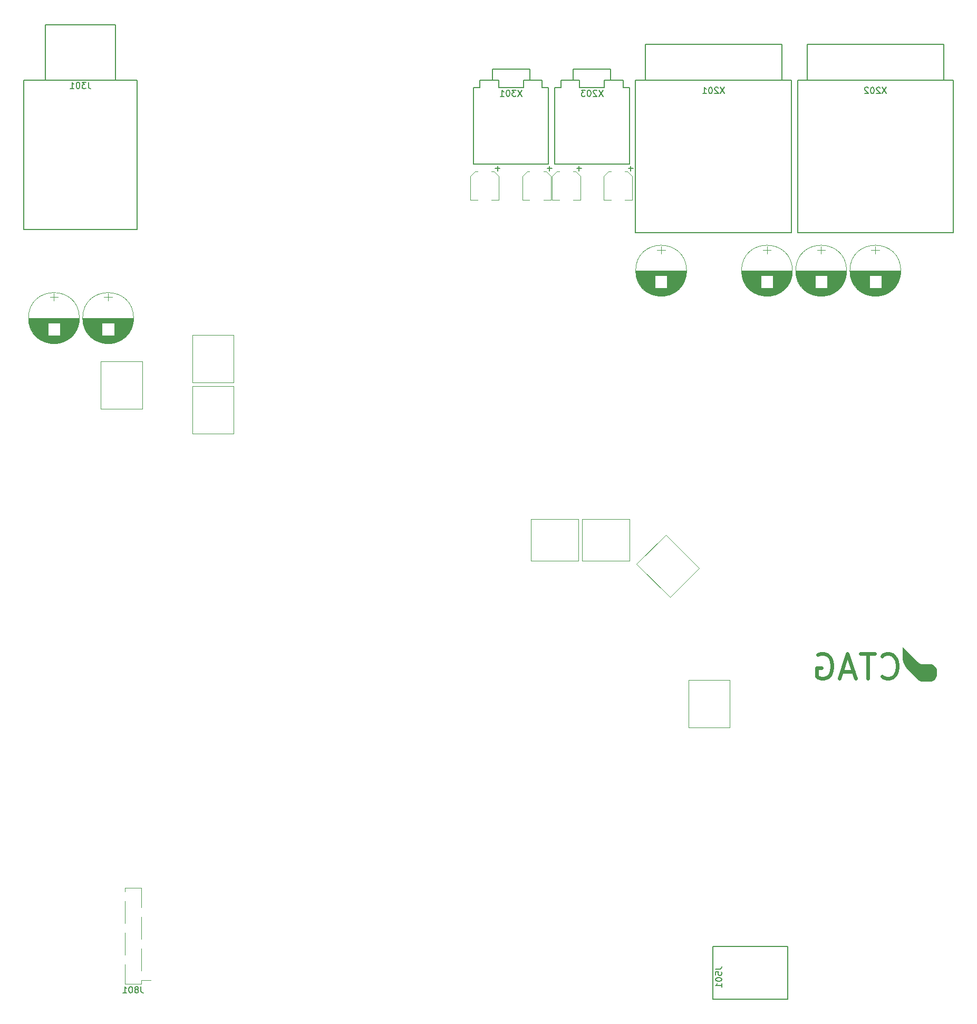
<source format=gbr>
G04 #@! TF.FileFunction,Legend,Bot*
%FSLAX46Y46*%
G04 Gerber Fmt 4.6, Leading zero omitted, Abs format (unit mm)*
G04 Created by KiCad (PCBNEW 4.0.7) date 04/23/18 15:57:54*
%MOMM*%
%LPD*%
G01*
G04 APERTURE LIST*
%ADD10C,0.100000*%
%ADD11C,0.600000*%
%ADD12C,0.120000*%
%ADD13C,0.150000*%
%ADD14C,0.010000*%
G04 APERTURE END LIST*
D10*
D11*
X157100000Y-124278571D02*
X157290476Y-124469048D01*
X157861905Y-124659524D01*
X158242857Y-124659524D01*
X158814285Y-124469048D01*
X159195238Y-124088095D01*
X159385714Y-123707143D01*
X159576190Y-122945238D01*
X159576190Y-122373810D01*
X159385714Y-121611905D01*
X159195238Y-121230952D01*
X158814285Y-120850000D01*
X158242857Y-120659524D01*
X157861905Y-120659524D01*
X157290476Y-120850000D01*
X157100000Y-121040476D01*
X155957143Y-120659524D02*
X153671428Y-120659524D01*
X154814285Y-124659524D02*
X154814285Y-120659524D01*
X152528571Y-123516667D02*
X150623809Y-123516667D01*
X152909524Y-124659524D02*
X151576190Y-120659524D01*
X150242857Y-124659524D01*
X146814286Y-120850000D02*
X147195238Y-120659524D01*
X147766667Y-120659524D01*
X148338095Y-120850000D01*
X148719048Y-121230952D01*
X148909524Y-121611905D01*
X149100000Y-122373810D01*
X149100000Y-122945238D01*
X148909524Y-123707143D01*
X148719048Y-124088095D01*
X148338095Y-124469048D01*
X147766667Y-124659524D01*
X147385715Y-124659524D01*
X146814286Y-124469048D01*
X146623810Y-124278571D01*
X146623810Y-122945238D01*
X147385715Y-122945238D01*
D12*
X125740000Y-59200000D02*
G75*
G03X125740000Y-59200000I-4090000J0D01*
G01*
X117600000Y-59200000D02*
X125700000Y-59200000D01*
X117600000Y-59240000D02*
X125700000Y-59240000D01*
X117600000Y-59280000D02*
X125700000Y-59280000D01*
X117601000Y-59320000D02*
X125699000Y-59320000D01*
X117603000Y-59360000D02*
X125697000Y-59360000D01*
X117604000Y-59400000D02*
X125696000Y-59400000D01*
X117607000Y-59440000D02*
X125693000Y-59440000D01*
X117609000Y-59480000D02*
X125691000Y-59480000D01*
X117612000Y-59520000D02*
X125688000Y-59520000D01*
X117615000Y-59560000D02*
X125685000Y-59560000D01*
X117619000Y-59600000D02*
X125681000Y-59600000D01*
X117623000Y-59640000D02*
X125677000Y-59640000D01*
X117628000Y-59680000D02*
X125672000Y-59680000D01*
X117633000Y-59720000D02*
X125667000Y-59720000D01*
X117638000Y-59760000D02*
X125662000Y-59760000D01*
X117644000Y-59800000D02*
X125656000Y-59800000D01*
X117650000Y-59840000D02*
X125650000Y-59840000D01*
X117656000Y-59880000D02*
X125644000Y-59880000D01*
X117663000Y-59921000D02*
X125637000Y-59921000D01*
X117671000Y-59961000D02*
X125629000Y-59961000D01*
X117679000Y-60001000D02*
X120670000Y-60001000D01*
X122630000Y-60001000D02*
X125621000Y-60001000D01*
X117687000Y-60041000D02*
X120670000Y-60041000D01*
X122630000Y-60041000D02*
X125613000Y-60041000D01*
X117695000Y-60081000D02*
X120670000Y-60081000D01*
X122630000Y-60081000D02*
X125605000Y-60081000D01*
X117704000Y-60121000D02*
X120670000Y-60121000D01*
X122630000Y-60121000D02*
X125596000Y-60121000D01*
X117714000Y-60161000D02*
X120670000Y-60161000D01*
X122630000Y-60161000D02*
X125586000Y-60161000D01*
X117724000Y-60201000D02*
X120670000Y-60201000D01*
X122630000Y-60201000D02*
X125576000Y-60201000D01*
X117734000Y-60241000D02*
X120670000Y-60241000D01*
X122630000Y-60241000D02*
X125566000Y-60241000D01*
X117745000Y-60281000D02*
X120670000Y-60281000D01*
X122630000Y-60281000D02*
X125555000Y-60281000D01*
X117756000Y-60321000D02*
X120670000Y-60321000D01*
X122630000Y-60321000D02*
X125544000Y-60321000D01*
X117767000Y-60361000D02*
X120670000Y-60361000D01*
X122630000Y-60361000D02*
X125533000Y-60361000D01*
X117780000Y-60401000D02*
X120670000Y-60401000D01*
X122630000Y-60401000D02*
X125520000Y-60401000D01*
X117792000Y-60441000D02*
X120670000Y-60441000D01*
X122630000Y-60441000D02*
X125508000Y-60441000D01*
X117805000Y-60481000D02*
X120670000Y-60481000D01*
X122630000Y-60481000D02*
X125495000Y-60481000D01*
X117818000Y-60521000D02*
X120670000Y-60521000D01*
X122630000Y-60521000D02*
X125482000Y-60521000D01*
X117832000Y-60561000D02*
X120670000Y-60561000D01*
X122630000Y-60561000D02*
X125468000Y-60561000D01*
X117847000Y-60601000D02*
X120670000Y-60601000D01*
X122630000Y-60601000D02*
X125453000Y-60601000D01*
X117861000Y-60641000D02*
X120670000Y-60641000D01*
X122630000Y-60641000D02*
X125439000Y-60641000D01*
X117877000Y-60681000D02*
X120670000Y-60681000D01*
X122630000Y-60681000D02*
X125423000Y-60681000D01*
X117892000Y-60721000D02*
X120670000Y-60721000D01*
X122630000Y-60721000D02*
X125408000Y-60721000D01*
X117909000Y-60761000D02*
X120670000Y-60761000D01*
X122630000Y-60761000D02*
X125391000Y-60761000D01*
X117925000Y-60801000D02*
X120670000Y-60801000D01*
X122630000Y-60801000D02*
X125375000Y-60801000D01*
X117943000Y-60841000D02*
X120670000Y-60841000D01*
X122630000Y-60841000D02*
X125357000Y-60841000D01*
X117960000Y-60881000D02*
X120670000Y-60881000D01*
X122630000Y-60881000D02*
X125340000Y-60881000D01*
X117979000Y-60921000D02*
X120670000Y-60921000D01*
X122630000Y-60921000D02*
X125321000Y-60921000D01*
X117998000Y-60961000D02*
X120670000Y-60961000D01*
X122630000Y-60961000D02*
X125302000Y-60961000D01*
X118017000Y-61001000D02*
X120670000Y-61001000D01*
X122630000Y-61001000D02*
X125283000Y-61001000D01*
X118037000Y-61041000D02*
X120670000Y-61041000D01*
X122630000Y-61041000D02*
X125263000Y-61041000D01*
X118057000Y-61081000D02*
X120670000Y-61081000D01*
X122630000Y-61081000D02*
X125243000Y-61081000D01*
X118078000Y-61121000D02*
X120670000Y-61121000D01*
X122630000Y-61121000D02*
X125222000Y-61121000D01*
X118100000Y-61161000D02*
X120670000Y-61161000D01*
X122630000Y-61161000D02*
X125200000Y-61161000D01*
X118122000Y-61201000D02*
X120670000Y-61201000D01*
X122630000Y-61201000D02*
X125178000Y-61201000D01*
X118145000Y-61241000D02*
X120670000Y-61241000D01*
X122630000Y-61241000D02*
X125155000Y-61241000D01*
X118168000Y-61281000D02*
X120670000Y-61281000D01*
X122630000Y-61281000D02*
X125132000Y-61281000D01*
X118192000Y-61321000D02*
X120670000Y-61321000D01*
X122630000Y-61321000D02*
X125108000Y-61321000D01*
X118216000Y-61361000D02*
X120670000Y-61361000D01*
X122630000Y-61361000D02*
X125084000Y-61361000D01*
X118242000Y-61401000D02*
X120670000Y-61401000D01*
X122630000Y-61401000D02*
X125058000Y-61401000D01*
X118267000Y-61441000D02*
X120670000Y-61441000D01*
X122630000Y-61441000D02*
X125033000Y-61441000D01*
X118294000Y-61481000D02*
X120670000Y-61481000D01*
X122630000Y-61481000D02*
X125006000Y-61481000D01*
X118321000Y-61521000D02*
X120670000Y-61521000D01*
X122630000Y-61521000D02*
X124979000Y-61521000D01*
X118349000Y-61561000D02*
X120670000Y-61561000D01*
X122630000Y-61561000D02*
X124951000Y-61561000D01*
X118378000Y-61601000D02*
X120670000Y-61601000D01*
X122630000Y-61601000D02*
X124922000Y-61601000D01*
X118407000Y-61641000D02*
X120670000Y-61641000D01*
X122630000Y-61641000D02*
X124893000Y-61641000D01*
X118437000Y-61681000D02*
X120670000Y-61681000D01*
X122630000Y-61681000D02*
X124863000Y-61681000D01*
X118468000Y-61721000D02*
X120670000Y-61721000D01*
X122630000Y-61721000D02*
X124832000Y-61721000D01*
X118500000Y-61761000D02*
X120670000Y-61761000D01*
X122630000Y-61761000D02*
X124800000Y-61761000D01*
X118532000Y-61801000D02*
X120670000Y-61801000D01*
X122630000Y-61801000D02*
X124768000Y-61801000D01*
X118566000Y-61841000D02*
X120670000Y-61841000D01*
X122630000Y-61841000D02*
X124734000Y-61841000D01*
X118600000Y-61881000D02*
X120670000Y-61881000D01*
X122630000Y-61881000D02*
X124700000Y-61881000D01*
X118635000Y-61921000D02*
X120670000Y-61921000D01*
X122630000Y-61921000D02*
X124665000Y-61921000D01*
X118671000Y-61961000D02*
X124629000Y-61961000D01*
X118708000Y-62001000D02*
X124592000Y-62001000D01*
X118746000Y-62041000D02*
X124554000Y-62041000D01*
X118785000Y-62081000D02*
X124515000Y-62081000D01*
X118826000Y-62121000D02*
X124474000Y-62121000D01*
X118867000Y-62161000D02*
X124433000Y-62161000D01*
X118910000Y-62201000D02*
X124390000Y-62201000D01*
X118953000Y-62241000D02*
X124347000Y-62241000D01*
X118998000Y-62281000D02*
X124302000Y-62281000D01*
X119045000Y-62321000D02*
X124255000Y-62321000D01*
X119093000Y-62361000D02*
X124207000Y-62361000D01*
X119142000Y-62401000D02*
X124158000Y-62401000D01*
X119193000Y-62441000D02*
X124107000Y-62441000D01*
X119246000Y-62481000D02*
X124054000Y-62481000D01*
X119301000Y-62521000D02*
X123999000Y-62521000D01*
X119357000Y-62561000D02*
X123943000Y-62561000D01*
X119416000Y-62601000D02*
X123884000Y-62601000D01*
X119477000Y-62641000D02*
X123823000Y-62641000D01*
X119541000Y-62681000D02*
X123759000Y-62681000D01*
X119607000Y-62721000D02*
X123693000Y-62721000D01*
X119676000Y-62761000D02*
X123624000Y-62761000D01*
X119748000Y-62801000D02*
X123552000Y-62801000D01*
X119824000Y-62841000D02*
X123476000Y-62841000D01*
X119905000Y-62881000D02*
X123395000Y-62881000D01*
X119990000Y-62921000D02*
X123310000Y-62921000D01*
X120080000Y-62961000D02*
X123220000Y-62961000D01*
X120177000Y-63001000D02*
X123123000Y-63001000D01*
X120281000Y-63041000D02*
X123019000Y-63041000D01*
X120396000Y-63081000D02*
X122904000Y-63081000D01*
X120523000Y-63121000D02*
X122777000Y-63121000D01*
X120667000Y-63161000D02*
X122633000Y-63161000D01*
X120836000Y-63201000D02*
X122464000Y-63201000D01*
X121052000Y-63241000D02*
X122248000Y-63241000D01*
X121404000Y-63281000D02*
X121896000Y-63281000D01*
X121650000Y-55250000D02*
X121650000Y-56450000D01*
X121000000Y-55850000D02*
X122300000Y-55850000D01*
X142740000Y-59200000D02*
G75*
G03X142740000Y-59200000I-4090000J0D01*
G01*
X134600000Y-59200000D02*
X142700000Y-59200000D01*
X134600000Y-59240000D02*
X142700000Y-59240000D01*
X134600000Y-59280000D02*
X142700000Y-59280000D01*
X134601000Y-59320000D02*
X142699000Y-59320000D01*
X134603000Y-59360000D02*
X142697000Y-59360000D01*
X134604000Y-59400000D02*
X142696000Y-59400000D01*
X134607000Y-59440000D02*
X142693000Y-59440000D01*
X134609000Y-59480000D02*
X142691000Y-59480000D01*
X134612000Y-59520000D02*
X142688000Y-59520000D01*
X134615000Y-59560000D02*
X142685000Y-59560000D01*
X134619000Y-59600000D02*
X142681000Y-59600000D01*
X134623000Y-59640000D02*
X142677000Y-59640000D01*
X134628000Y-59680000D02*
X142672000Y-59680000D01*
X134633000Y-59720000D02*
X142667000Y-59720000D01*
X134638000Y-59760000D02*
X142662000Y-59760000D01*
X134644000Y-59800000D02*
X142656000Y-59800000D01*
X134650000Y-59840000D02*
X142650000Y-59840000D01*
X134656000Y-59880000D02*
X142644000Y-59880000D01*
X134663000Y-59921000D02*
X142637000Y-59921000D01*
X134671000Y-59961000D02*
X142629000Y-59961000D01*
X134679000Y-60001000D02*
X137670000Y-60001000D01*
X139630000Y-60001000D02*
X142621000Y-60001000D01*
X134687000Y-60041000D02*
X137670000Y-60041000D01*
X139630000Y-60041000D02*
X142613000Y-60041000D01*
X134695000Y-60081000D02*
X137670000Y-60081000D01*
X139630000Y-60081000D02*
X142605000Y-60081000D01*
X134704000Y-60121000D02*
X137670000Y-60121000D01*
X139630000Y-60121000D02*
X142596000Y-60121000D01*
X134714000Y-60161000D02*
X137670000Y-60161000D01*
X139630000Y-60161000D02*
X142586000Y-60161000D01*
X134724000Y-60201000D02*
X137670000Y-60201000D01*
X139630000Y-60201000D02*
X142576000Y-60201000D01*
X134734000Y-60241000D02*
X137670000Y-60241000D01*
X139630000Y-60241000D02*
X142566000Y-60241000D01*
X134745000Y-60281000D02*
X137670000Y-60281000D01*
X139630000Y-60281000D02*
X142555000Y-60281000D01*
X134756000Y-60321000D02*
X137670000Y-60321000D01*
X139630000Y-60321000D02*
X142544000Y-60321000D01*
X134767000Y-60361000D02*
X137670000Y-60361000D01*
X139630000Y-60361000D02*
X142533000Y-60361000D01*
X134780000Y-60401000D02*
X137670000Y-60401000D01*
X139630000Y-60401000D02*
X142520000Y-60401000D01*
X134792000Y-60441000D02*
X137670000Y-60441000D01*
X139630000Y-60441000D02*
X142508000Y-60441000D01*
X134805000Y-60481000D02*
X137670000Y-60481000D01*
X139630000Y-60481000D02*
X142495000Y-60481000D01*
X134818000Y-60521000D02*
X137670000Y-60521000D01*
X139630000Y-60521000D02*
X142482000Y-60521000D01*
X134832000Y-60561000D02*
X137670000Y-60561000D01*
X139630000Y-60561000D02*
X142468000Y-60561000D01*
X134847000Y-60601000D02*
X137670000Y-60601000D01*
X139630000Y-60601000D02*
X142453000Y-60601000D01*
X134861000Y-60641000D02*
X137670000Y-60641000D01*
X139630000Y-60641000D02*
X142439000Y-60641000D01*
X134877000Y-60681000D02*
X137670000Y-60681000D01*
X139630000Y-60681000D02*
X142423000Y-60681000D01*
X134892000Y-60721000D02*
X137670000Y-60721000D01*
X139630000Y-60721000D02*
X142408000Y-60721000D01*
X134909000Y-60761000D02*
X137670000Y-60761000D01*
X139630000Y-60761000D02*
X142391000Y-60761000D01*
X134925000Y-60801000D02*
X137670000Y-60801000D01*
X139630000Y-60801000D02*
X142375000Y-60801000D01*
X134943000Y-60841000D02*
X137670000Y-60841000D01*
X139630000Y-60841000D02*
X142357000Y-60841000D01*
X134960000Y-60881000D02*
X137670000Y-60881000D01*
X139630000Y-60881000D02*
X142340000Y-60881000D01*
X134979000Y-60921000D02*
X137670000Y-60921000D01*
X139630000Y-60921000D02*
X142321000Y-60921000D01*
X134998000Y-60961000D02*
X137670000Y-60961000D01*
X139630000Y-60961000D02*
X142302000Y-60961000D01*
X135017000Y-61001000D02*
X137670000Y-61001000D01*
X139630000Y-61001000D02*
X142283000Y-61001000D01*
X135037000Y-61041000D02*
X137670000Y-61041000D01*
X139630000Y-61041000D02*
X142263000Y-61041000D01*
X135057000Y-61081000D02*
X137670000Y-61081000D01*
X139630000Y-61081000D02*
X142243000Y-61081000D01*
X135078000Y-61121000D02*
X137670000Y-61121000D01*
X139630000Y-61121000D02*
X142222000Y-61121000D01*
X135100000Y-61161000D02*
X137670000Y-61161000D01*
X139630000Y-61161000D02*
X142200000Y-61161000D01*
X135122000Y-61201000D02*
X137670000Y-61201000D01*
X139630000Y-61201000D02*
X142178000Y-61201000D01*
X135145000Y-61241000D02*
X137670000Y-61241000D01*
X139630000Y-61241000D02*
X142155000Y-61241000D01*
X135168000Y-61281000D02*
X137670000Y-61281000D01*
X139630000Y-61281000D02*
X142132000Y-61281000D01*
X135192000Y-61321000D02*
X137670000Y-61321000D01*
X139630000Y-61321000D02*
X142108000Y-61321000D01*
X135216000Y-61361000D02*
X137670000Y-61361000D01*
X139630000Y-61361000D02*
X142084000Y-61361000D01*
X135242000Y-61401000D02*
X137670000Y-61401000D01*
X139630000Y-61401000D02*
X142058000Y-61401000D01*
X135267000Y-61441000D02*
X137670000Y-61441000D01*
X139630000Y-61441000D02*
X142033000Y-61441000D01*
X135294000Y-61481000D02*
X137670000Y-61481000D01*
X139630000Y-61481000D02*
X142006000Y-61481000D01*
X135321000Y-61521000D02*
X137670000Y-61521000D01*
X139630000Y-61521000D02*
X141979000Y-61521000D01*
X135349000Y-61561000D02*
X137670000Y-61561000D01*
X139630000Y-61561000D02*
X141951000Y-61561000D01*
X135378000Y-61601000D02*
X137670000Y-61601000D01*
X139630000Y-61601000D02*
X141922000Y-61601000D01*
X135407000Y-61641000D02*
X137670000Y-61641000D01*
X139630000Y-61641000D02*
X141893000Y-61641000D01*
X135437000Y-61681000D02*
X137670000Y-61681000D01*
X139630000Y-61681000D02*
X141863000Y-61681000D01*
X135468000Y-61721000D02*
X137670000Y-61721000D01*
X139630000Y-61721000D02*
X141832000Y-61721000D01*
X135500000Y-61761000D02*
X137670000Y-61761000D01*
X139630000Y-61761000D02*
X141800000Y-61761000D01*
X135532000Y-61801000D02*
X137670000Y-61801000D01*
X139630000Y-61801000D02*
X141768000Y-61801000D01*
X135566000Y-61841000D02*
X137670000Y-61841000D01*
X139630000Y-61841000D02*
X141734000Y-61841000D01*
X135600000Y-61881000D02*
X137670000Y-61881000D01*
X139630000Y-61881000D02*
X141700000Y-61881000D01*
X135635000Y-61921000D02*
X137670000Y-61921000D01*
X139630000Y-61921000D02*
X141665000Y-61921000D01*
X135671000Y-61961000D02*
X141629000Y-61961000D01*
X135708000Y-62001000D02*
X141592000Y-62001000D01*
X135746000Y-62041000D02*
X141554000Y-62041000D01*
X135785000Y-62081000D02*
X141515000Y-62081000D01*
X135826000Y-62121000D02*
X141474000Y-62121000D01*
X135867000Y-62161000D02*
X141433000Y-62161000D01*
X135910000Y-62201000D02*
X141390000Y-62201000D01*
X135953000Y-62241000D02*
X141347000Y-62241000D01*
X135998000Y-62281000D02*
X141302000Y-62281000D01*
X136045000Y-62321000D02*
X141255000Y-62321000D01*
X136093000Y-62361000D02*
X141207000Y-62361000D01*
X136142000Y-62401000D02*
X141158000Y-62401000D01*
X136193000Y-62441000D02*
X141107000Y-62441000D01*
X136246000Y-62481000D02*
X141054000Y-62481000D01*
X136301000Y-62521000D02*
X140999000Y-62521000D01*
X136357000Y-62561000D02*
X140943000Y-62561000D01*
X136416000Y-62601000D02*
X140884000Y-62601000D01*
X136477000Y-62641000D02*
X140823000Y-62641000D01*
X136541000Y-62681000D02*
X140759000Y-62681000D01*
X136607000Y-62721000D02*
X140693000Y-62721000D01*
X136676000Y-62761000D02*
X140624000Y-62761000D01*
X136748000Y-62801000D02*
X140552000Y-62801000D01*
X136824000Y-62841000D02*
X140476000Y-62841000D01*
X136905000Y-62881000D02*
X140395000Y-62881000D01*
X136990000Y-62921000D02*
X140310000Y-62921000D01*
X137080000Y-62961000D02*
X140220000Y-62961000D01*
X137177000Y-63001000D02*
X140123000Y-63001000D01*
X137281000Y-63041000D02*
X140019000Y-63041000D01*
X137396000Y-63081000D02*
X139904000Y-63081000D01*
X137523000Y-63121000D02*
X139777000Y-63121000D01*
X137667000Y-63161000D02*
X139633000Y-63161000D01*
X137836000Y-63201000D02*
X139464000Y-63201000D01*
X138052000Y-63241000D02*
X139248000Y-63241000D01*
X138404000Y-63281000D02*
X138896000Y-63281000D01*
X138650000Y-55250000D02*
X138650000Y-56450000D01*
X138000000Y-55850000D02*
X139300000Y-55850000D01*
X127778660Y-106949694D02*
X122390507Y-101561541D01*
X123097613Y-111630741D02*
X117709460Y-106242588D01*
X127778660Y-106949694D02*
X123097613Y-111630741D01*
X122390507Y-101561541D02*
X117709460Y-106242588D01*
X151440000Y-59200000D02*
G75*
G03X151440000Y-59200000I-4090000J0D01*
G01*
X143300000Y-59200000D02*
X151400000Y-59200000D01*
X143300000Y-59240000D02*
X151400000Y-59240000D01*
X143300000Y-59280000D02*
X151400000Y-59280000D01*
X143301000Y-59320000D02*
X151399000Y-59320000D01*
X143303000Y-59360000D02*
X151397000Y-59360000D01*
X143304000Y-59400000D02*
X151396000Y-59400000D01*
X143307000Y-59440000D02*
X151393000Y-59440000D01*
X143309000Y-59480000D02*
X151391000Y-59480000D01*
X143312000Y-59520000D02*
X151388000Y-59520000D01*
X143315000Y-59560000D02*
X151385000Y-59560000D01*
X143319000Y-59600000D02*
X151381000Y-59600000D01*
X143323000Y-59640000D02*
X151377000Y-59640000D01*
X143328000Y-59680000D02*
X151372000Y-59680000D01*
X143333000Y-59720000D02*
X151367000Y-59720000D01*
X143338000Y-59760000D02*
X151362000Y-59760000D01*
X143344000Y-59800000D02*
X151356000Y-59800000D01*
X143350000Y-59840000D02*
X151350000Y-59840000D01*
X143356000Y-59880000D02*
X151344000Y-59880000D01*
X143363000Y-59921000D02*
X151337000Y-59921000D01*
X143371000Y-59961000D02*
X151329000Y-59961000D01*
X143379000Y-60001000D02*
X146370000Y-60001000D01*
X148330000Y-60001000D02*
X151321000Y-60001000D01*
X143387000Y-60041000D02*
X146370000Y-60041000D01*
X148330000Y-60041000D02*
X151313000Y-60041000D01*
X143395000Y-60081000D02*
X146370000Y-60081000D01*
X148330000Y-60081000D02*
X151305000Y-60081000D01*
X143404000Y-60121000D02*
X146370000Y-60121000D01*
X148330000Y-60121000D02*
X151296000Y-60121000D01*
X143414000Y-60161000D02*
X146370000Y-60161000D01*
X148330000Y-60161000D02*
X151286000Y-60161000D01*
X143424000Y-60201000D02*
X146370000Y-60201000D01*
X148330000Y-60201000D02*
X151276000Y-60201000D01*
X143434000Y-60241000D02*
X146370000Y-60241000D01*
X148330000Y-60241000D02*
X151266000Y-60241000D01*
X143445000Y-60281000D02*
X146370000Y-60281000D01*
X148330000Y-60281000D02*
X151255000Y-60281000D01*
X143456000Y-60321000D02*
X146370000Y-60321000D01*
X148330000Y-60321000D02*
X151244000Y-60321000D01*
X143467000Y-60361000D02*
X146370000Y-60361000D01*
X148330000Y-60361000D02*
X151233000Y-60361000D01*
X143480000Y-60401000D02*
X146370000Y-60401000D01*
X148330000Y-60401000D02*
X151220000Y-60401000D01*
X143492000Y-60441000D02*
X146370000Y-60441000D01*
X148330000Y-60441000D02*
X151208000Y-60441000D01*
X143505000Y-60481000D02*
X146370000Y-60481000D01*
X148330000Y-60481000D02*
X151195000Y-60481000D01*
X143518000Y-60521000D02*
X146370000Y-60521000D01*
X148330000Y-60521000D02*
X151182000Y-60521000D01*
X143532000Y-60561000D02*
X146370000Y-60561000D01*
X148330000Y-60561000D02*
X151168000Y-60561000D01*
X143547000Y-60601000D02*
X146370000Y-60601000D01*
X148330000Y-60601000D02*
X151153000Y-60601000D01*
X143561000Y-60641000D02*
X146370000Y-60641000D01*
X148330000Y-60641000D02*
X151139000Y-60641000D01*
X143577000Y-60681000D02*
X146370000Y-60681000D01*
X148330000Y-60681000D02*
X151123000Y-60681000D01*
X143592000Y-60721000D02*
X146370000Y-60721000D01*
X148330000Y-60721000D02*
X151108000Y-60721000D01*
X143609000Y-60761000D02*
X146370000Y-60761000D01*
X148330000Y-60761000D02*
X151091000Y-60761000D01*
X143625000Y-60801000D02*
X146370000Y-60801000D01*
X148330000Y-60801000D02*
X151075000Y-60801000D01*
X143643000Y-60841000D02*
X146370000Y-60841000D01*
X148330000Y-60841000D02*
X151057000Y-60841000D01*
X143660000Y-60881000D02*
X146370000Y-60881000D01*
X148330000Y-60881000D02*
X151040000Y-60881000D01*
X143679000Y-60921000D02*
X146370000Y-60921000D01*
X148330000Y-60921000D02*
X151021000Y-60921000D01*
X143698000Y-60961000D02*
X146370000Y-60961000D01*
X148330000Y-60961000D02*
X151002000Y-60961000D01*
X143717000Y-61001000D02*
X146370000Y-61001000D01*
X148330000Y-61001000D02*
X150983000Y-61001000D01*
X143737000Y-61041000D02*
X146370000Y-61041000D01*
X148330000Y-61041000D02*
X150963000Y-61041000D01*
X143757000Y-61081000D02*
X146370000Y-61081000D01*
X148330000Y-61081000D02*
X150943000Y-61081000D01*
X143778000Y-61121000D02*
X146370000Y-61121000D01*
X148330000Y-61121000D02*
X150922000Y-61121000D01*
X143800000Y-61161000D02*
X146370000Y-61161000D01*
X148330000Y-61161000D02*
X150900000Y-61161000D01*
X143822000Y-61201000D02*
X146370000Y-61201000D01*
X148330000Y-61201000D02*
X150878000Y-61201000D01*
X143845000Y-61241000D02*
X146370000Y-61241000D01*
X148330000Y-61241000D02*
X150855000Y-61241000D01*
X143868000Y-61281000D02*
X146370000Y-61281000D01*
X148330000Y-61281000D02*
X150832000Y-61281000D01*
X143892000Y-61321000D02*
X146370000Y-61321000D01*
X148330000Y-61321000D02*
X150808000Y-61321000D01*
X143916000Y-61361000D02*
X146370000Y-61361000D01*
X148330000Y-61361000D02*
X150784000Y-61361000D01*
X143942000Y-61401000D02*
X146370000Y-61401000D01*
X148330000Y-61401000D02*
X150758000Y-61401000D01*
X143967000Y-61441000D02*
X146370000Y-61441000D01*
X148330000Y-61441000D02*
X150733000Y-61441000D01*
X143994000Y-61481000D02*
X146370000Y-61481000D01*
X148330000Y-61481000D02*
X150706000Y-61481000D01*
X144021000Y-61521000D02*
X146370000Y-61521000D01*
X148330000Y-61521000D02*
X150679000Y-61521000D01*
X144049000Y-61561000D02*
X146370000Y-61561000D01*
X148330000Y-61561000D02*
X150651000Y-61561000D01*
X144078000Y-61601000D02*
X146370000Y-61601000D01*
X148330000Y-61601000D02*
X150622000Y-61601000D01*
X144107000Y-61641000D02*
X146370000Y-61641000D01*
X148330000Y-61641000D02*
X150593000Y-61641000D01*
X144137000Y-61681000D02*
X146370000Y-61681000D01*
X148330000Y-61681000D02*
X150563000Y-61681000D01*
X144168000Y-61721000D02*
X146370000Y-61721000D01*
X148330000Y-61721000D02*
X150532000Y-61721000D01*
X144200000Y-61761000D02*
X146370000Y-61761000D01*
X148330000Y-61761000D02*
X150500000Y-61761000D01*
X144232000Y-61801000D02*
X146370000Y-61801000D01*
X148330000Y-61801000D02*
X150468000Y-61801000D01*
X144266000Y-61841000D02*
X146370000Y-61841000D01*
X148330000Y-61841000D02*
X150434000Y-61841000D01*
X144300000Y-61881000D02*
X146370000Y-61881000D01*
X148330000Y-61881000D02*
X150400000Y-61881000D01*
X144335000Y-61921000D02*
X146370000Y-61921000D01*
X148330000Y-61921000D02*
X150365000Y-61921000D01*
X144371000Y-61961000D02*
X150329000Y-61961000D01*
X144408000Y-62001000D02*
X150292000Y-62001000D01*
X144446000Y-62041000D02*
X150254000Y-62041000D01*
X144485000Y-62081000D02*
X150215000Y-62081000D01*
X144526000Y-62121000D02*
X150174000Y-62121000D01*
X144567000Y-62161000D02*
X150133000Y-62161000D01*
X144610000Y-62201000D02*
X150090000Y-62201000D01*
X144653000Y-62241000D02*
X150047000Y-62241000D01*
X144698000Y-62281000D02*
X150002000Y-62281000D01*
X144745000Y-62321000D02*
X149955000Y-62321000D01*
X144793000Y-62361000D02*
X149907000Y-62361000D01*
X144842000Y-62401000D02*
X149858000Y-62401000D01*
X144893000Y-62441000D02*
X149807000Y-62441000D01*
X144946000Y-62481000D02*
X149754000Y-62481000D01*
X145001000Y-62521000D02*
X149699000Y-62521000D01*
X145057000Y-62561000D02*
X149643000Y-62561000D01*
X145116000Y-62601000D02*
X149584000Y-62601000D01*
X145177000Y-62641000D02*
X149523000Y-62641000D01*
X145241000Y-62681000D02*
X149459000Y-62681000D01*
X145307000Y-62721000D02*
X149393000Y-62721000D01*
X145376000Y-62761000D02*
X149324000Y-62761000D01*
X145448000Y-62801000D02*
X149252000Y-62801000D01*
X145524000Y-62841000D02*
X149176000Y-62841000D01*
X145605000Y-62881000D02*
X149095000Y-62881000D01*
X145690000Y-62921000D02*
X149010000Y-62921000D01*
X145780000Y-62961000D02*
X148920000Y-62961000D01*
X145877000Y-63001000D02*
X148823000Y-63001000D01*
X145981000Y-63041000D02*
X148719000Y-63041000D01*
X146096000Y-63081000D02*
X148604000Y-63081000D01*
X146223000Y-63121000D02*
X148477000Y-63121000D01*
X146367000Y-63161000D02*
X148333000Y-63161000D01*
X146536000Y-63201000D02*
X148164000Y-63201000D01*
X146752000Y-63241000D02*
X147948000Y-63241000D01*
X147104000Y-63281000D02*
X147596000Y-63281000D01*
X147350000Y-55250000D02*
X147350000Y-56450000D01*
X146700000Y-55850000D02*
X148000000Y-55850000D01*
X160140000Y-59200000D02*
G75*
G03X160140000Y-59200000I-4090000J0D01*
G01*
X152000000Y-59200000D02*
X160100000Y-59200000D01*
X152000000Y-59240000D02*
X160100000Y-59240000D01*
X152000000Y-59280000D02*
X160100000Y-59280000D01*
X152001000Y-59320000D02*
X160099000Y-59320000D01*
X152003000Y-59360000D02*
X160097000Y-59360000D01*
X152004000Y-59400000D02*
X160096000Y-59400000D01*
X152007000Y-59440000D02*
X160093000Y-59440000D01*
X152009000Y-59480000D02*
X160091000Y-59480000D01*
X152012000Y-59520000D02*
X160088000Y-59520000D01*
X152015000Y-59560000D02*
X160085000Y-59560000D01*
X152019000Y-59600000D02*
X160081000Y-59600000D01*
X152023000Y-59640000D02*
X160077000Y-59640000D01*
X152028000Y-59680000D02*
X160072000Y-59680000D01*
X152033000Y-59720000D02*
X160067000Y-59720000D01*
X152038000Y-59760000D02*
X160062000Y-59760000D01*
X152044000Y-59800000D02*
X160056000Y-59800000D01*
X152050000Y-59840000D02*
X160050000Y-59840000D01*
X152056000Y-59880000D02*
X160044000Y-59880000D01*
X152063000Y-59921000D02*
X160037000Y-59921000D01*
X152071000Y-59961000D02*
X160029000Y-59961000D01*
X152079000Y-60001000D02*
X155070000Y-60001000D01*
X157030000Y-60001000D02*
X160021000Y-60001000D01*
X152087000Y-60041000D02*
X155070000Y-60041000D01*
X157030000Y-60041000D02*
X160013000Y-60041000D01*
X152095000Y-60081000D02*
X155070000Y-60081000D01*
X157030000Y-60081000D02*
X160005000Y-60081000D01*
X152104000Y-60121000D02*
X155070000Y-60121000D01*
X157030000Y-60121000D02*
X159996000Y-60121000D01*
X152114000Y-60161000D02*
X155070000Y-60161000D01*
X157030000Y-60161000D02*
X159986000Y-60161000D01*
X152124000Y-60201000D02*
X155070000Y-60201000D01*
X157030000Y-60201000D02*
X159976000Y-60201000D01*
X152134000Y-60241000D02*
X155070000Y-60241000D01*
X157030000Y-60241000D02*
X159966000Y-60241000D01*
X152145000Y-60281000D02*
X155070000Y-60281000D01*
X157030000Y-60281000D02*
X159955000Y-60281000D01*
X152156000Y-60321000D02*
X155070000Y-60321000D01*
X157030000Y-60321000D02*
X159944000Y-60321000D01*
X152167000Y-60361000D02*
X155070000Y-60361000D01*
X157030000Y-60361000D02*
X159933000Y-60361000D01*
X152180000Y-60401000D02*
X155070000Y-60401000D01*
X157030000Y-60401000D02*
X159920000Y-60401000D01*
X152192000Y-60441000D02*
X155070000Y-60441000D01*
X157030000Y-60441000D02*
X159908000Y-60441000D01*
X152205000Y-60481000D02*
X155070000Y-60481000D01*
X157030000Y-60481000D02*
X159895000Y-60481000D01*
X152218000Y-60521000D02*
X155070000Y-60521000D01*
X157030000Y-60521000D02*
X159882000Y-60521000D01*
X152232000Y-60561000D02*
X155070000Y-60561000D01*
X157030000Y-60561000D02*
X159868000Y-60561000D01*
X152247000Y-60601000D02*
X155070000Y-60601000D01*
X157030000Y-60601000D02*
X159853000Y-60601000D01*
X152261000Y-60641000D02*
X155070000Y-60641000D01*
X157030000Y-60641000D02*
X159839000Y-60641000D01*
X152277000Y-60681000D02*
X155070000Y-60681000D01*
X157030000Y-60681000D02*
X159823000Y-60681000D01*
X152292000Y-60721000D02*
X155070000Y-60721000D01*
X157030000Y-60721000D02*
X159808000Y-60721000D01*
X152309000Y-60761000D02*
X155070000Y-60761000D01*
X157030000Y-60761000D02*
X159791000Y-60761000D01*
X152325000Y-60801000D02*
X155070000Y-60801000D01*
X157030000Y-60801000D02*
X159775000Y-60801000D01*
X152343000Y-60841000D02*
X155070000Y-60841000D01*
X157030000Y-60841000D02*
X159757000Y-60841000D01*
X152360000Y-60881000D02*
X155070000Y-60881000D01*
X157030000Y-60881000D02*
X159740000Y-60881000D01*
X152379000Y-60921000D02*
X155070000Y-60921000D01*
X157030000Y-60921000D02*
X159721000Y-60921000D01*
X152398000Y-60961000D02*
X155070000Y-60961000D01*
X157030000Y-60961000D02*
X159702000Y-60961000D01*
X152417000Y-61001000D02*
X155070000Y-61001000D01*
X157030000Y-61001000D02*
X159683000Y-61001000D01*
X152437000Y-61041000D02*
X155070000Y-61041000D01*
X157030000Y-61041000D02*
X159663000Y-61041000D01*
X152457000Y-61081000D02*
X155070000Y-61081000D01*
X157030000Y-61081000D02*
X159643000Y-61081000D01*
X152478000Y-61121000D02*
X155070000Y-61121000D01*
X157030000Y-61121000D02*
X159622000Y-61121000D01*
X152500000Y-61161000D02*
X155070000Y-61161000D01*
X157030000Y-61161000D02*
X159600000Y-61161000D01*
X152522000Y-61201000D02*
X155070000Y-61201000D01*
X157030000Y-61201000D02*
X159578000Y-61201000D01*
X152545000Y-61241000D02*
X155070000Y-61241000D01*
X157030000Y-61241000D02*
X159555000Y-61241000D01*
X152568000Y-61281000D02*
X155070000Y-61281000D01*
X157030000Y-61281000D02*
X159532000Y-61281000D01*
X152592000Y-61321000D02*
X155070000Y-61321000D01*
X157030000Y-61321000D02*
X159508000Y-61321000D01*
X152616000Y-61361000D02*
X155070000Y-61361000D01*
X157030000Y-61361000D02*
X159484000Y-61361000D01*
X152642000Y-61401000D02*
X155070000Y-61401000D01*
X157030000Y-61401000D02*
X159458000Y-61401000D01*
X152667000Y-61441000D02*
X155070000Y-61441000D01*
X157030000Y-61441000D02*
X159433000Y-61441000D01*
X152694000Y-61481000D02*
X155070000Y-61481000D01*
X157030000Y-61481000D02*
X159406000Y-61481000D01*
X152721000Y-61521000D02*
X155070000Y-61521000D01*
X157030000Y-61521000D02*
X159379000Y-61521000D01*
X152749000Y-61561000D02*
X155070000Y-61561000D01*
X157030000Y-61561000D02*
X159351000Y-61561000D01*
X152778000Y-61601000D02*
X155070000Y-61601000D01*
X157030000Y-61601000D02*
X159322000Y-61601000D01*
X152807000Y-61641000D02*
X155070000Y-61641000D01*
X157030000Y-61641000D02*
X159293000Y-61641000D01*
X152837000Y-61681000D02*
X155070000Y-61681000D01*
X157030000Y-61681000D02*
X159263000Y-61681000D01*
X152868000Y-61721000D02*
X155070000Y-61721000D01*
X157030000Y-61721000D02*
X159232000Y-61721000D01*
X152900000Y-61761000D02*
X155070000Y-61761000D01*
X157030000Y-61761000D02*
X159200000Y-61761000D01*
X152932000Y-61801000D02*
X155070000Y-61801000D01*
X157030000Y-61801000D02*
X159168000Y-61801000D01*
X152966000Y-61841000D02*
X155070000Y-61841000D01*
X157030000Y-61841000D02*
X159134000Y-61841000D01*
X153000000Y-61881000D02*
X155070000Y-61881000D01*
X157030000Y-61881000D02*
X159100000Y-61881000D01*
X153035000Y-61921000D02*
X155070000Y-61921000D01*
X157030000Y-61921000D02*
X159065000Y-61921000D01*
X153071000Y-61961000D02*
X159029000Y-61961000D01*
X153108000Y-62001000D02*
X158992000Y-62001000D01*
X153146000Y-62041000D02*
X158954000Y-62041000D01*
X153185000Y-62081000D02*
X158915000Y-62081000D01*
X153226000Y-62121000D02*
X158874000Y-62121000D01*
X153267000Y-62161000D02*
X158833000Y-62161000D01*
X153310000Y-62201000D02*
X158790000Y-62201000D01*
X153353000Y-62241000D02*
X158747000Y-62241000D01*
X153398000Y-62281000D02*
X158702000Y-62281000D01*
X153445000Y-62321000D02*
X158655000Y-62321000D01*
X153493000Y-62361000D02*
X158607000Y-62361000D01*
X153542000Y-62401000D02*
X158558000Y-62401000D01*
X153593000Y-62441000D02*
X158507000Y-62441000D01*
X153646000Y-62481000D02*
X158454000Y-62481000D01*
X153701000Y-62521000D02*
X158399000Y-62521000D01*
X153757000Y-62561000D02*
X158343000Y-62561000D01*
X153816000Y-62601000D02*
X158284000Y-62601000D01*
X153877000Y-62641000D02*
X158223000Y-62641000D01*
X153941000Y-62681000D02*
X158159000Y-62681000D01*
X154007000Y-62721000D02*
X158093000Y-62721000D01*
X154076000Y-62761000D02*
X158024000Y-62761000D01*
X154148000Y-62801000D02*
X157952000Y-62801000D01*
X154224000Y-62841000D02*
X157876000Y-62841000D01*
X154305000Y-62881000D02*
X157795000Y-62881000D01*
X154390000Y-62921000D02*
X157710000Y-62921000D01*
X154480000Y-62961000D02*
X157620000Y-62961000D01*
X154577000Y-63001000D02*
X157523000Y-63001000D01*
X154681000Y-63041000D02*
X157419000Y-63041000D01*
X154796000Y-63081000D02*
X157304000Y-63081000D01*
X154923000Y-63121000D02*
X157177000Y-63121000D01*
X155067000Y-63161000D02*
X157033000Y-63161000D01*
X155236000Y-63201000D02*
X156864000Y-63201000D01*
X155452000Y-63241000D02*
X156648000Y-63241000D01*
X155804000Y-63281000D02*
X156296000Y-63281000D01*
X156050000Y-55250000D02*
X156050000Y-56450000D01*
X155400000Y-55850000D02*
X156700000Y-55850000D01*
X132687549Y-132522347D02*
X132687549Y-124902347D01*
X126067549Y-132522347D02*
X126067549Y-124902347D01*
X132687549Y-132522347D02*
X126067549Y-132522347D01*
X132687549Y-124902347D02*
X126067549Y-124902347D01*
X116610000Y-99090000D02*
X108990000Y-99090000D01*
X116610000Y-105710000D02*
X108990000Y-105710000D01*
X116610000Y-99090000D02*
X116610000Y-105710000D01*
X108990000Y-99090000D02*
X108990000Y-105710000D01*
X113180000Y-43260000D02*
X113580000Y-43260000D01*
X112410000Y-47840000D02*
X113580000Y-47840000D01*
X116990000Y-47840000D02*
X115820000Y-47840000D01*
X116220000Y-43260000D02*
X115820000Y-43260000D01*
X116990000Y-44030000D02*
X116990000Y-47840000D01*
X116990000Y-44030000D02*
X116220000Y-43260000D01*
X112410000Y-44030000D02*
X112410000Y-47840000D01*
X112410000Y-44030000D02*
X113180000Y-43260000D01*
X104880000Y-43260000D02*
X105280000Y-43260000D01*
X104110000Y-47840000D02*
X105280000Y-47840000D01*
X108690000Y-47840000D02*
X107520000Y-47840000D01*
X107920000Y-43260000D02*
X107520000Y-43260000D01*
X108690000Y-44030000D02*
X108690000Y-47840000D01*
X108690000Y-44030000D02*
X107920000Y-43260000D01*
X104110000Y-44030000D02*
X104110000Y-47840000D01*
X104110000Y-44030000D02*
X104880000Y-43260000D01*
X108410000Y-99090000D02*
X100790000Y-99090000D01*
X108410000Y-105710000D02*
X100790000Y-105710000D01*
X108410000Y-99090000D02*
X108410000Y-105710000D01*
X100790000Y-99090000D02*
X100790000Y-105710000D01*
X28240000Y-66800000D02*
G75*
G03X28240000Y-66800000I-4090000J0D01*
G01*
X20100000Y-66800000D02*
X28200000Y-66800000D01*
X20100000Y-66840000D02*
X28200000Y-66840000D01*
X20100000Y-66880000D02*
X28200000Y-66880000D01*
X20101000Y-66920000D02*
X28199000Y-66920000D01*
X20103000Y-66960000D02*
X28197000Y-66960000D01*
X20104000Y-67000000D02*
X28196000Y-67000000D01*
X20107000Y-67040000D02*
X28193000Y-67040000D01*
X20109000Y-67080000D02*
X28191000Y-67080000D01*
X20112000Y-67120000D02*
X28188000Y-67120000D01*
X20115000Y-67160000D02*
X28185000Y-67160000D01*
X20119000Y-67200000D02*
X28181000Y-67200000D01*
X20123000Y-67240000D02*
X28177000Y-67240000D01*
X20128000Y-67280000D02*
X28172000Y-67280000D01*
X20133000Y-67320000D02*
X28167000Y-67320000D01*
X20138000Y-67360000D02*
X28162000Y-67360000D01*
X20144000Y-67400000D02*
X28156000Y-67400000D01*
X20150000Y-67440000D02*
X28150000Y-67440000D01*
X20156000Y-67480000D02*
X28144000Y-67480000D01*
X20163000Y-67521000D02*
X28137000Y-67521000D01*
X20171000Y-67561000D02*
X28129000Y-67561000D01*
X20179000Y-67601000D02*
X23170000Y-67601000D01*
X25130000Y-67601000D02*
X28121000Y-67601000D01*
X20187000Y-67641000D02*
X23170000Y-67641000D01*
X25130000Y-67641000D02*
X28113000Y-67641000D01*
X20195000Y-67681000D02*
X23170000Y-67681000D01*
X25130000Y-67681000D02*
X28105000Y-67681000D01*
X20204000Y-67721000D02*
X23170000Y-67721000D01*
X25130000Y-67721000D02*
X28096000Y-67721000D01*
X20214000Y-67761000D02*
X23170000Y-67761000D01*
X25130000Y-67761000D02*
X28086000Y-67761000D01*
X20224000Y-67801000D02*
X23170000Y-67801000D01*
X25130000Y-67801000D02*
X28076000Y-67801000D01*
X20234000Y-67841000D02*
X23170000Y-67841000D01*
X25130000Y-67841000D02*
X28066000Y-67841000D01*
X20245000Y-67881000D02*
X23170000Y-67881000D01*
X25130000Y-67881000D02*
X28055000Y-67881000D01*
X20256000Y-67921000D02*
X23170000Y-67921000D01*
X25130000Y-67921000D02*
X28044000Y-67921000D01*
X20267000Y-67961000D02*
X23170000Y-67961000D01*
X25130000Y-67961000D02*
X28033000Y-67961000D01*
X20280000Y-68001000D02*
X23170000Y-68001000D01*
X25130000Y-68001000D02*
X28020000Y-68001000D01*
X20292000Y-68041000D02*
X23170000Y-68041000D01*
X25130000Y-68041000D02*
X28008000Y-68041000D01*
X20305000Y-68081000D02*
X23170000Y-68081000D01*
X25130000Y-68081000D02*
X27995000Y-68081000D01*
X20318000Y-68121000D02*
X23170000Y-68121000D01*
X25130000Y-68121000D02*
X27982000Y-68121000D01*
X20332000Y-68161000D02*
X23170000Y-68161000D01*
X25130000Y-68161000D02*
X27968000Y-68161000D01*
X20347000Y-68201000D02*
X23170000Y-68201000D01*
X25130000Y-68201000D02*
X27953000Y-68201000D01*
X20361000Y-68241000D02*
X23170000Y-68241000D01*
X25130000Y-68241000D02*
X27939000Y-68241000D01*
X20377000Y-68281000D02*
X23170000Y-68281000D01*
X25130000Y-68281000D02*
X27923000Y-68281000D01*
X20392000Y-68321000D02*
X23170000Y-68321000D01*
X25130000Y-68321000D02*
X27908000Y-68321000D01*
X20409000Y-68361000D02*
X23170000Y-68361000D01*
X25130000Y-68361000D02*
X27891000Y-68361000D01*
X20425000Y-68401000D02*
X23170000Y-68401000D01*
X25130000Y-68401000D02*
X27875000Y-68401000D01*
X20443000Y-68441000D02*
X23170000Y-68441000D01*
X25130000Y-68441000D02*
X27857000Y-68441000D01*
X20460000Y-68481000D02*
X23170000Y-68481000D01*
X25130000Y-68481000D02*
X27840000Y-68481000D01*
X20479000Y-68521000D02*
X23170000Y-68521000D01*
X25130000Y-68521000D02*
X27821000Y-68521000D01*
X20498000Y-68561000D02*
X23170000Y-68561000D01*
X25130000Y-68561000D02*
X27802000Y-68561000D01*
X20517000Y-68601000D02*
X23170000Y-68601000D01*
X25130000Y-68601000D02*
X27783000Y-68601000D01*
X20537000Y-68641000D02*
X23170000Y-68641000D01*
X25130000Y-68641000D02*
X27763000Y-68641000D01*
X20557000Y-68681000D02*
X23170000Y-68681000D01*
X25130000Y-68681000D02*
X27743000Y-68681000D01*
X20578000Y-68721000D02*
X23170000Y-68721000D01*
X25130000Y-68721000D02*
X27722000Y-68721000D01*
X20600000Y-68761000D02*
X23170000Y-68761000D01*
X25130000Y-68761000D02*
X27700000Y-68761000D01*
X20622000Y-68801000D02*
X23170000Y-68801000D01*
X25130000Y-68801000D02*
X27678000Y-68801000D01*
X20645000Y-68841000D02*
X23170000Y-68841000D01*
X25130000Y-68841000D02*
X27655000Y-68841000D01*
X20668000Y-68881000D02*
X23170000Y-68881000D01*
X25130000Y-68881000D02*
X27632000Y-68881000D01*
X20692000Y-68921000D02*
X23170000Y-68921000D01*
X25130000Y-68921000D02*
X27608000Y-68921000D01*
X20716000Y-68961000D02*
X23170000Y-68961000D01*
X25130000Y-68961000D02*
X27584000Y-68961000D01*
X20742000Y-69001000D02*
X23170000Y-69001000D01*
X25130000Y-69001000D02*
X27558000Y-69001000D01*
X20767000Y-69041000D02*
X23170000Y-69041000D01*
X25130000Y-69041000D02*
X27533000Y-69041000D01*
X20794000Y-69081000D02*
X23170000Y-69081000D01*
X25130000Y-69081000D02*
X27506000Y-69081000D01*
X20821000Y-69121000D02*
X23170000Y-69121000D01*
X25130000Y-69121000D02*
X27479000Y-69121000D01*
X20849000Y-69161000D02*
X23170000Y-69161000D01*
X25130000Y-69161000D02*
X27451000Y-69161000D01*
X20878000Y-69201000D02*
X23170000Y-69201000D01*
X25130000Y-69201000D02*
X27422000Y-69201000D01*
X20907000Y-69241000D02*
X23170000Y-69241000D01*
X25130000Y-69241000D02*
X27393000Y-69241000D01*
X20937000Y-69281000D02*
X23170000Y-69281000D01*
X25130000Y-69281000D02*
X27363000Y-69281000D01*
X20968000Y-69321000D02*
X23170000Y-69321000D01*
X25130000Y-69321000D02*
X27332000Y-69321000D01*
X21000000Y-69361000D02*
X23170000Y-69361000D01*
X25130000Y-69361000D02*
X27300000Y-69361000D01*
X21032000Y-69401000D02*
X23170000Y-69401000D01*
X25130000Y-69401000D02*
X27268000Y-69401000D01*
X21066000Y-69441000D02*
X23170000Y-69441000D01*
X25130000Y-69441000D02*
X27234000Y-69441000D01*
X21100000Y-69481000D02*
X23170000Y-69481000D01*
X25130000Y-69481000D02*
X27200000Y-69481000D01*
X21135000Y-69521000D02*
X23170000Y-69521000D01*
X25130000Y-69521000D02*
X27165000Y-69521000D01*
X21171000Y-69561000D02*
X27129000Y-69561000D01*
X21208000Y-69601000D02*
X27092000Y-69601000D01*
X21246000Y-69641000D02*
X27054000Y-69641000D01*
X21285000Y-69681000D02*
X27015000Y-69681000D01*
X21326000Y-69721000D02*
X26974000Y-69721000D01*
X21367000Y-69761000D02*
X26933000Y-69761000D01*
X21410000Y-69801000D02*
X26890000Y-69801000D01*
X21453000Y-69841000D02*
X26847000Y-69841000D01*
X21498000Y-69881000D02*
X26802000Y-69881000D01*
X21545000Y-69921000D02*
X26755000Y-69921000D01*
X21593000Y-69961000D02*
X26707000Y-69961000D01*
X21642000Y-70001000D02*
X26658000Y-70001000D01*
X21693000Y-70041000D02*
X26607000Y-70041000D01*
X21746000Y-70081000D02*
X26554000Y-70081000D01*
X21801000Y-70121000D02*
X26499000Y-70121000D01*
X21857000Y-70161000D02*
X26443000Y-70161000D01*
X21916000Y-70201000D02*
X26384000Y-70201000D01*
X21977000Y-70241000D02*
X26323000Y-70241000D01*
X22041000Y-70281000D02*
X26259000Y-70281000D01*
X22107000Y-70321000D02*
X26193000Y-70321000D01*
X22176000Y-70361000D02*
X26124000Y-70361000D01*
X22248000Y-70401000D02*
X26052000Y-70401000D01*
X22324000Y-70441000D02*
X25976000Y-70441000D01*
X22405000Y-70481000D02*
X25895000Y-70481000D01*
X22490000Y-70521000D02*
X25810000Y-70521000D01*
X22580000Y-70561000D02*
X25720000Y-70561000D01*
X22677000Y-70601000D02*
X25623000Y-70601000D01*
X22781000Y-70641000D02*
X25519000Y-70641000D01*
X22896000Y-70681000D02*
X25404000Y-70681000D01*
X23023000Y-70721000D02*
X25277000Y-70721000D01*
X23167000Y-70761000D02*
X25133000Y-70761000D01*
X23336000Y-70801000D02*
X24964000Y-70801000D01*
X23552000Y-70841000D02*
X24748000Y-70841000D01*
X23904000Y-70881000D02*
X24396000Y-70881000D01*
X24150000Y-62850000D02*
X24150000Y-64050000D01*
X23500000Y-63450000D02*
X24800000Y-63450000D01*
X38310000Y-81344316D02*
X38310000Y-73724316D01*
X31690000Y-81344316D02*
X31690000Y-73724316D01*
X38310000Y-81344316D02*
X31690000Y-81344316D01*
X38310000Y-73724316D02*
X31690000Y-73724316D01*
X36940000Y-66800000D02*
G75*
G03X36940000Y-66800000I-4090000J0D01*
G01*
X28800000Y-66800000D02*
X36900000Y-66800000D01*
X28800000Y-66840000D02*
X36900000Y-66840000D01*
X28800000Y-66880000D02*
X36900000Y-66880000D01*
X28801000Y-66920000D02*
X36899000Y-66920000D01*
X28803000Y-66960000D02*
X36897000Y-66960000D01*
X28804000Y-67000000D02*
X36896000Y-67000000D01*
X28807000Y-67040000D02*
X36893000Y-67040000D01*
X28809000Y-67080000D02*
X36891000Y-67080000D01*
X28812000Y-67120000D02*
X36888000Y-67120000D01*
X28815000Y-67160000D02*
X36885000Y-67160000D01*
X28819000Y-67200000D02*
X36881000Y-67200000D01*
X28823000Y-67240000D02*
X36877000Y-67240000D01*
X28828000Y-67280000D02*
X36872000Y-67280000D01*
X28833000Y-67320000D02*
X36867000Y-67320000D01*
X28838000Y-67360000D02*
X36862000Y-67360000D01*
X28844000Y-67400000D02*
X36856000Y-67400000D01*
X28850000Y-67440000D02*
X36850000Y-67440000D01*
X28856000Y-67480000D02*
X36844000Y-67480000D01*
X28863000Y-67521000D02*
X36837000Y-67521000D01*
X28871000Y-67561000D02*
X36829000Y-67561000D01*
X28879000Y-67601000D02*
X31870000Y-67601000D01*
X33830000Y-67601000D02*
X36821000Y-67601000D01*
X28887000Y-67641000D02*
X31870000Y-67641000D01*
X33830000Y-67641000D02*
X36813000Y-67641000D01*
X28895000Y-67681000D02*
X31870000Y-67681000D01*
X33830000Y-67681000D02*
X36805000Y-67681000D01*
X28904000Y-67721000D02*
X31870000Y-67721000D01*
X33830000Y-67721000D02*
X36796000Y-67721000D01*
X28914000Y-67761000D02*
X31870000Y-67761000D01*
X33830000Y-67761000D02*
X36786000Y-67761000D01*
X28924000Y-67801000D02*
X31870000Y-67801000D01*
X33830000Y-67801000D02*
X36776000Y-67801000D01*
X28934000Y-67841000D02*
X31870000Y-67841000D01*
X33830000Y-67841000D02*
X36766000Y-67841000D01*
X28945000Y-67881000D02*
X31870000Y-67881000D01*
X33830000Y-67881000D02*
X36755000Y-67881000D01*
X28956000Y-67921000D02*
X31870000Y-67921000D01*
X33830000Y-67921000D02*
X36744000Y-67921000D01*
X28967000Y-67961000D02*
X31870000Y-67961000D01*
X33830000Y-67961000D02*
X36733000Y-67961000D01*
X28980000Y-68001000D02*
X31870000Y-68001000D01*
X33830000Y-68001000D02*
X36720000Y-68001000D01*
X28992000Y-68041000D02*
X31870000Y-68041000D01*
X33830000Y-68041000D02*
X36708000Y-68041000D01*
X29005000Y-68081000D02*
X31870000Y-68081000D01*
X33830000Y-68081000D02*
X36695000Y-68081000D01*
X29018000Y-68121000D02*
X31870000Y-68121000D01*
X33830000Y-68121000D02*
X36682000Y-68121000D01*
X29032000Y-68161000D02*
X31870000Y-68161000D01*
X33830000Y-68161000D02*
X36668000Y-68161000D01*
X29047000Y-68201000D02*
X31870000Y-68201000D01*
X33830000Y-68201000D02*
X36653000Y-68201000D01*
X29061000Y-68241000D02*
X31870000Y-68241000D01*
X33830000Y-68241000D02*
X36639000Y-68241000D01*
X29077000Y-68281000D02*
X31870000Y-68281000D01*
X33830000Y-68281000D02*
X36623000Y-68281000D01*
X29092000Y-68321000D02*
X31870000Y-68321000D01*
X33830000Y-68321000D02*
X36608000Y-68321000D01*
X29109000Y-68361000D02*
X31870000Y-68361000D01*
X33830000Y-68361000D02*
X36591000Y-68361000D01*
X29125000Y-68401000D02*
X31870000Y-68401000D01*
X33830000Y-68401000D02*
X36575000Y-68401000D01*
X29143000Y-68441000D02*
X31870000Y-68441000D01*
X33830000Y-68441000D02*
X36557000Y-68441000D01*
X29160000Y-68481000D02*
X31870000Y-68481000D01*
X33830000Y-68481000D02*
X36540000Y-68481000D01*
X29179000Y-68521000D02*
X31870000Y-68521000D01*
X33830000Y-68521000D02*
X36521000Y-68521000D01*
X29198000Y-68561000D02*
X31870000Y-68561000D01*
X33830000Y-68561000D02*
X36502000Y-68561000D01*
X29217000Y-68601000D02*
X31870000Y-68601000D01*
X33830000Y-68601000D02*
X36483000Y-68601000D01*
X29237000Y-68641000D02*
X31870000Y-68641000D01*
X33830000Y-68641000D02*
X36463000Y-68641000D01*
X29257000Y-68681000D02*
X31870000Y-68681000D01*
X33830000Y-68681000D02*
X36443000Y-68681000D01*
X29278000Y-68721000D02*
X31870000Y-68721000D01*
X33830000Y-68721000D02*
X36422000Y-68721000D01*
X29300000Y-68761000D02*
X31870000Y-68761000D01*
X33830000Y-68761000D02*
X36400000Y-68761000D01*
X29322000Y-68801000D02*
X31870000Y-68801000D01*
X33830000Y-68801000D02*
X36378000Y-68801000D01*
X29345000Y-68841000D02*
X31870000Y-68841000D01*
X33830000Y-68841000D02*
X36355000Y-68841000D01*
X29368000Y-68881000D02*
X31870000Y-68881000D01*
X33830000Y-68881000D02*
X36332000Y-68881000D01*
X29392000Y-68921000D02*
X31870000Y-68921000D01*
X33830000Y-68921000D02*
X36308000Y-68921000D01*
X29416000Y-68961000D02*
X31870000Y-68961000D01*
X33830000Y-68961000D02*
X36284000Y-68961000D01*
X29442000Y-69001000D02*
X31870000Y-69001000D01*
X33830000Y-69001000D02*
X36258000Y-69001000D01*
X29467000Y-69041000D02*
X31870000Y-69041000D01*
X33830000Y-69041000D02*
X36233000Y-69041000D01*
X29494000Y-69081000D02*
X31870000Y-69081000D01*
X33830000Y-69081000D02*
X36206000Y-69081000D01*
X29521000Y-69121000D02*
X31870000Y-69121000D01*
X33830000Y-69121000D02*
X36179000Y-69121000D01*
X29549000Y-69161000D02*
X31870000Y-69161000D01*
X33830000Y-69161000D02*
X36151000Y-69161000D01*
X29578000Y-69201000D02*
X31870000Y-69201000D01*
X33830000Y-69201000D02*
X36122000Y-69201000D01*
X29607000Y-69241000D02*
X31870000Y-69241000D01*
X33830000Y-69241000D02*
X36093000Y-69241000D01*
X29637000Y-69281000D02*
X31870000Y-69281000D01*
X33830000Y-69281000D02*
X36063000Y-69281000D01*
X29668000Y-69321000D02*
X31870000Y-69321000D01*
X33830000Y-69321000D02*
X36032000Y-69321000D01*
X29700000Y-69361000D02*
X31870000Y-69361000D01*
X33830000Y-69361000D02*
X36000000Y-69361000D01*
X29732000Y-69401000D02*
X31870000Y-69401000D01*
X33830000Y-69401000D02*
X35968000Y-69401000D01*
X29766000Y-69441000D02*
X31870000Y-69441000D01*
X33830000Y-69441000D02*
X35934000Y-69441000D01*
X29800000Y-69481000D02*
X31870000Y-69481000D01*
X33830000Y-69481000D02*
X35900000Y-69481000D01*
X29835000Y-69521000D02*
X31870000Y-69521000D01*
X33830000Y-69521000D02*
X35865000Y-69521000D01*
X29871000Y-69561000D02*
X35829000Y-69561000D01*
X29908000Y-69601000D02*
X35792000Y-69601000D01*
X29946000Y-69641000D02*
X35754000Y-69641000D01*
X29985000Y-69681000D02*
X35715000Y-69681000D01*
X30026000Y-69721000D02*
X35674000Y-69721000D01*
X30067000Y-69761000D02*
X35633000Y-69761000D01*
X30110000Y-69801000D02*
X35590000Y-69801000D01*
X30153000Y-69841000D02*
X35547000Y-69841000D01*
X30198000Y-69881000D02*
X35502000Y-69881000D01*
X30245000Y-69921000D02*
X35455000Y-69921000D01*
X30293000Y-69961000D02*
X35407000Y-69961000D01*
X30342000Y-70001000D02*
X35358000Y-70001000D01*
X30393000Y-70041000D02*
X35307000Y-70041000D01*
X30446000Y-70081000D02*
X35254000Y-70081000D01*
X30501000Y-70121000D02*
X35199000Y-70121000D01*
X30557000Y-70161000D02*
X35143000Y-70161000D01*
X30616000Y-70201000D02*
X35084000Y-70201000D01*
X30677000Y-70241000D02*
X35023000Y-70241000D01*
X30741000Y-70281000D02*
X34959000Y-70281000D01*
X30807000Y-70321000D02*
X34893000Y-70321000D01*
X30876000Y-70361000D02*
X34824000Y-70361000D01*
X30948000Y-70401000D02*
X34752000Y-70401000D01*
X31024000Y-70441000D02*
X34676000Y-70441000D01*
X31105000Y-70481000D02*
X34595000Y-70481000D01*
X31190000Y-70521000D02*
X34510000Y-70521000D01*
X31280000Y-70561000D02*
X34420000Y-70561000D01*
X31377000Y-70601000D02*
X34323000Y-70601000D01*
X31481000Y-70641000D02*
X34219000Y-70641000D01*
X31596000Y-70681000D02*
X34104000Y-70681000D01*
X31723000Y-70721000D02*
X33977000Y-70721000D01*
X31867000Y-70761000D02*
X33833000Y-70761000D01*
X32036000Y-70801000D02*
X33664000Y-70801000D01*
X32252000Y-70841000D02*
X33448000Y-70841000D01*
X32604000Y-70881000D02*
X33096000Y-70881000D01*
X32850000Y-62850000D02*
X32850000Y-64050000D01*
X32200000Y-63450000D02*
X33500000Y-63450000D01*
X100130000Y-43260000D02*
X100530000Y-43260000D01*
X99360000Y-47840000D02*
X100530000Y-47840000D01*
X103940000Y-47840000D02*
X102770000Y-47840000D01*
X103170000Y-43260000D02*
X102770000Y-43260000D01*
X103940000Y-44030000D02*
X103940000Y-47840000D01*
X103940000Y-44030000D02*
X103170000Y-43260000D01*
X99360000Y-44030000D02*
X99360000Y-47840000D01*
X99360000Y-44030000D02*
X100130000Y-43260000D01*
X53010000Y-85360000D02*
X53010000Y-77740000D01*
X46390000Y-85360000D02*
X46390000Y-77740000D01*
X53010000Y-85360000D02*
X46390000Y-85360000D01*
X53010000Y-77740000D02*
X46390000Y-77740000D01*
X53010000Y-77160000D02*
X53010000Y-69540000D01*
X46390000Y-77160000D02*
X46390000Y-69540000D01*
X53010000Y-77160000D02*
X46390000Y-77160000D01*
X53010000Y-69540000D02*
X46390000Y-69540000D01*
X91780000Y-43260000D02*
X92180000Y-43260000D01*
X91010000Y-47840000D02*
X92180000Y-47840000D01*
X95590000Y-47840000D02*
X94420000Y-47840000D01*
X94820000Y-43260000D02*
X94420000Y-43260000D01*
X95590000Y-44030000D02*
X95590000Y-47840000D01*
X95590000Y-44030000D02*
X94820000Y-43260000D01*
X91010000Y-44030000D02*
X91010000Y-47840000D01*
X91010000Y-44030000D02*
X91780000Y-43260000D01*
D13*
X133300000Y-176100000D02*
X130000000Y-176100000D01*
X130000000Y-176100000D02*
X130000000Y-167600000D01*
X130000000Y-167600000D02*
X142000000Y-167600000D01*
X142000000Y-167600000D02*
X142000000Y-176100000D01*
X142000000Y-176100000D02*
X133250000Y-176100000D01*
D12*
X35520000Y-173630000D02*
X38180000Y-173630000D01*
X35520000Y-158270000D02*
X38180000Y-158270000D01*
X38180000Y-171540000D02*
X38180000Y-167980000D01*
X38180000Y-166460000D02*
X38180000Y-162900000D01*
X38180000Y-161380000D02*
X38180000Y-158270000D01*
X35520000Y-173630000D02*
X35520000Y-170520000D01*
X38180000Y-173060000D02*
X39700000Y-173060000D01*
X38180000Y-173630000D02*
X38180000Y-173060000D01*
X35520000Y-158840000D02*
X35520000Y-158270000D01*
X35520000Y-169000000D02*
X35520000Y-165440000D01*
X35520000Y-163920000D02*
X35520000Y-160360000D01*
D13*
X141050000Y-28600000D02*
X141050000Y-22900000D01*
X141050000Y-22900000D02*
X119150000Y-22900000D01*
X119150000Y-22900000D02*
X119150000Y-28600000D01*
X142550000Y-53100000D02*
X117550000Y-53100000D01*
X117550000Y-53100000D02*
X117550000Y-28600000D01*
X117550000Y-28600000D02*
X142550000Y-28600000D01*
X142550000Y-28600000D02*
X142550000Y-53100000D01*
X167050000Y-28600000D02*
X167050000Y-22900000D01*
X167050000Y-22900000D02*
X145150000Y-22900000D01*
X145150000Y-22900000D02*
X145150000Y-28600000D01*
X168550000Y-53100000D02*
X143550000Y-53100000D01*
X143550000Y-53100000D02*
X143550000Y-28600000D01*
X143550000Y-28600000D02*
X168550000Y-28600000D01*
X168550000Y-28600000D02*
X168550000Y-53100000D01*
X113550000Y-28600000D02*
X113550000Y-26800000D01*
X113550000Y-26800000D02*
X107550000Y-26800000D01*
X107550000Y-26800000D02*
X107550000Y-28600000D01*
X104550000Y-42100000D02*
X116550000Y-42100000D01*
X116550000Y-42100000D02*
X116550000Y-29800000D01*
X116550000Y-29800000D02*
X115550000Y-29800000D01*
X115550000Y-29800000D02*
X115550000Y-28600000D01*
X115550000Y-28600000D02*
X112550000Y-28600000D01*
X112550000Y-28600000D02*
X112550000Y-29800000D01*
X112550000Y-29800000D02*
X108550000Y-29800000D01*
X108550000Y-29800000D02*
X108550000Y-28600000D01*
X108550000Y-28600000D02*
X105550000Y-28600000D01*
X105550000Y-28600000D02*
X105550000Y-29800000D01*
X105550000Y-29800000D02*
X104550000Y-29800000D01*
X104550000Y-29800000D02*
X104550000Y-42100000D01*
X100550000Y-28600000D02*
X100550000Y-26800000D01*
X100550000Y-26800000D02*
X94550000Y-26800000D01*
X94550000Y-26800000D02*
X94550000Y-28600000D01*
X91550000Y-42100000D02*
X103550000Y-42100000D01*
X103550000Y-42100000D02*
X103550000Y-29800000D01*
X103550000Y-29800000D02*
X102550000Y-29800000D01*
X102550000Y-29800000D02*
X102550000Y-28600000D01*
X102550000Y-28600000D02*
X99550000Y-28600000D01*
X99550000Y-28600000D02*
X99550000Y-29800000D01*
X99550000Y-29800000D02*
X95550000Y-29800000D01*
X95550000Y-29800000D02*
X95550000Y-28600000D01*
X95550000Y-28600000D02*
X92550000Y-28600000D01*
X92550000Y-28600000D02*
X92550000Y-29800000D01*
X92550000Y-29800000D02*
X91550000Y-29800000D01*
X91550000Y-29800000D02*
X91550000Y-42100000D01*
X22800000Y-28600000D02*
X22800000Y-19750000D01*
X22800000Y-19750000D02*
X34000000Y-19750000D01*
X34000000Y-19750000D02*
X34000000Y-28600000D01*
X37500000Y-28600000D02*
X19300000Y-28600000D01*
X19300000Y-28600000D02*
X19300000Y-52600000D01*
X19300000Y-52600000D02*
X37500000Y-52600000D01*
X37500000Y-52600000D02*
X37500000Y-28600000D01*
D14*
G36*
X160440667Y-120472869D02*
X160441251Y-120665048D01*
X160442915Y-120852293D01*
X160445524Y-121028401D01*
X160448944Y-121187171D01*
X160453041Y-121322399D01*
X160457680Y-121427885D01*
X160462727Y-121497424D01*
X160462881Y-121498876D01*
X160520255Y-121838249D01*
X160617269Y-122162893D01*
X160753599Y-122471985D01*
X160928920Y-122764703D01*
X161003523Y-122868583D01*
X161038441Y-122909961D01*
X161100537Y-122977976D01*
X161186831Y-123069560D01*
X161294341Y-123181643D01*
X161420087Y-123311154D01*
X161561088Y-123455025D01*
X161714363Y-123610187D01*
X161876931Y-123773569D01*
X162045811Y-123942102D01*
X162053108Y-123949357D01*
X162245179Y-124140183D01*
X162409860Y-124303431D01*
X162549703Y-124441448D01*
X162667259Y-124556579D01*
X162765081Y-124651173D01*
X162845720Y-124727577D01*
X162911729Y-124788137D01*
X162965660Y-124835200D01*
X163010064Y-124871114D01*
X163047495Y-124898226D01*
X163080503Y-124918883D01*
X163111641Y-124935432D01*
X163139417Y-124948413D01*
X163236074Y-124986005D01*
X163341747Y-125018380D01*
X163425167Y-125036938D01*
X163485951Y-125042924D01*
X163582066Y-125047792D01*
X163706581Y-125051550D01*
X163852563Y-125054205D01*
X164013079Y-125055764D01*
X164181197Y-125056234D01*
X164349985Y-125055624D01*
X164512511Y-125053939D01*
X164661841Y-125051189D01*
X164791044Y-125047379D01*
X164893186Y-125042518D01*
X164961337Y-125036612D01*
X164970333Y-125035297D01*
X165154206Y-124984456D01*
X165327087Y-124897014D01*
X165483756Y-124778308D01*
X165618991Y-124633676D01*
X165727570Y-124468457D01*
X165804272Y-124287986D01*
X165837217Y-124149167D01*
X165848028Y-124051209D01*
X165855012Y-123925514D01*
X165858265Y-123782796D01*
X165857882Y-123633770D01*
X165853959Y-123489148D01*
X165846592Y-123359645D01*
X165835876Y-123255976D01*
X165828888Y-123215251D01*
X165766525Y-123019251D01*
X165668644Y-122840393D01*
X165539916Y-122683148D01*
X165385016Y-122551983D01*
X165208617Y-122451368D01*
X165015391Y-122385773D01*
X164947540Y-122372379D01*
X164892552Y-122366901D01*
X164801666Y-122361909D01*
X164681318Y-122357578D01*
X164537943Y-122354084D01*
X164377976Y-122351601D01*
X164207851Y-122350307D01*
X164133406Y-122350160D01*
X163924561Y-122349722D01*
X163752670Y-122348068D01*
X163612355Y-122344529D01*
X163498238Y-122338432D01*
X163404944Y-122329106D01*
X163327095Y-122315881D01*
X163259313Y-122298085D01*
X163196223Y-122275048D01*
X163132447Y-122246098D01*
X163077641Y-122218396D01*
X163050189Y-122202283D01*
X163016650Y-122178695D01*
X162975035Y-122145739D01*
X162923354Y-122101521D01*
X162859620Y-122044149D01*
X162781842Y-121971730D01*
X162688034Y-121882369D01*
X162576204Y-121774174D01*
X162444366Y-121645251D01*
X162290529Y-121493708D01*
X162112706Y-121317651D01*
X161908906Y-121115186D01*
X161694792Y-120902008D01*
X160440667Y-119652403D01*
X160440667Y-120472869D01*
X160440667Y-120472869D01*
G37*
X160440667Y-120472869D02*
X160441251Y-120665048D01*
X160442915Y-120852293D01*
X160445524Y-121028401D01*
X160448944Y-121187171D01*
X160453041Y-121322399D01*
X160457680Y-121427885D01*
X160462727Y-121497424D01*
X160462881Y-121498876D01*
X160520255Y-121838249D01*
X160617269Y-122162893D01*
X160753599Y-122471985D01*
X160928920Y-122764703D01*
X161003523Y-122868583D01*
X161038441Y-122909961D01*
X161100537Y-122977976D01*
X161186831Y-123069560D01*
X161294341Y-123181643D01*
X161420087Y-123311154D01*
X161561088Y-123455025D01*
X161714363Y-123610187D01*
X161876931Y-123773569D01*
X162045811Y-123942102D01*
X162053108Y-123949357D01*
X162245179Y-124140183D01*
X162409860Y-124303431D01*
X162549703Y-124441448D01*
X162667259Y-124556579D01*
X162765081Y-124651173D01*
X162845720Y-124727577D01*
X162911729Y-124788137D01*
X162965660Y-124835200D01*
X163010064Y-124871114D01*
X163047495Y-124898226D01*
X163080503Y-124918883D01*
X163111641Y-124935432D01*
X163139417Y-124948413D01*
X163236074Y-124986005D01*
X163341747Y-125018380D01*
X163425167Y-125036938D01*
X163485951Y-125042924D01*
X163582066Y-125047792D01*
X163706581Y-125051550D01*
X163852563Y-125054205D01*
X164013079Y-125055764D01*
X164181197Y-125056234D01*
X164349985Y-125055624D01*
X164512511Y-125053939D01*
X164661841Y-125051189D01*
X164791044Y-125047379D01*
X164893186Y-125042518D01*
X164961337Y-125036612D01*
X164970333Y-125035297D01*
X165154206Y-124984456D01*
X165327087Y-124897014D01*
X165483756Y-124778308D01*
X165618991Y-124633676D01*
X165727570Y-124468457D01*
X165804272Y-124287986D01*
X165837217Y-124149167D01*
X165848028Y-124051209D01*
X165855012Y-123925514D01*
X165858265Y-123782796D01*
X165857882Y-123633770D01*
X165853959Y-123489148D01*
X165846592Y-123359645D01*
X165835876Y-123255976D01*
X165828888Y-123215251D01*
X165766525Y-123019251D01*
X165668644Y-122840393D01*
X165539916Y-122683148D01*
X165385016Y-122551983D01*
X165208617Y-122451368D01*
X165015391Y-122385773D01*
X164947540Y-122372379D01*
X164892552Y-122366901D01*
X164801666Y-122361909D01*
X164681318Y-122357578D01*
X164537943Y-122354084D01*
X164377976Y-122351601D01*
X164207851Y-122350307D01*
X164133406Y-122350160D01*
X163924561Y-122349722D01*
X163752670Y-122348068D01*
X163612355Y-122344529D01*
X163498238Y-122338432D01*
X163404944Y-122329106D01*
X163327095Y-122315881D01*
X163259313Y-122298085D01*
X163196223Y-122275048D01*
X163132447Y-122246098D01*
X163077641Y-122218396D01*
X163050189Y-122202283D01*
X163016650Y-122178695D01*
X162975035Y-122145739D01*
X162923354Y-122101521D01*
X162859620Y-122044149D01*
X162781842Y-121971730D01*
X162688034Y-121882369D01*
X162576204Y-121774174D01*
X162444366Y-121645251D01*
X162290529Y-121493708D01*
X162112706Y-121317651D01*
X161908906Y-121115186D01*
X161694792Y-120902008D01*
X160440667Y-119652403D01*
X160440667Y-120472869D01*
D13*
X116781429Y-42399048D02*
X116781429Y-43160953D01*
X117162381Y-42780001D02*
X116400476Y-42780001D01*
X108481429Y-42399048D02*
X108481429Y-43160953D01*
X108862381Y-42780001D02*
X108100476Y-42780001D01*
X103731429Y-42399048D02*
X103731429Y-43160953D01*
X104112381Y-42780001D02*
X103350476Y-42780001D01*
X95381429Y-42399048D02*
X95381429Y-43160953D01*
X95762381Y-42780001D02*
X95000476Y-42780001D01*
X130402381Y-171264286D02*
X131116667Y-171264286D01*
X131259524Y-171216666D01*
X131354762Y-171121428D01*
X131402381Y-170978571D01*
X131402381Y-170883333D01*
X130402381Y-172216667D02*
X130402381Y-171740476D01*
X130878571Y-171692857D01*
X130830952Y-171740476D01*
X130783333Y-171835714D01*
X130783333Y-172073810D01*
X130830952Y-172169048D01*
X130878571Y-172216667D01*
X130973810Y-172264286D01*
X131211905Y-172264286D01*
X131307143Y-172216667D01*
X131354762Y-172169048D01*
X131402381Y-172073810D01*
X131402381Y-171835714D01*
X131354762Y-171740476D01*
X131307143Y-171692857D01*
X130402381Y-172883333D02*
X130402381Y-172978572D01*
X130450000Y-173073810D01*
X130497619Y-173121429D01*
X130592857Y-173169048D01*
X130783333Y-173216667D01*
X131021429Y-173216667D01*
X131211905Y-173169048D01*
X131307143Y-173121429D01*
X131354762Y-173073810D01*
X131402381Y-172978572D01*
X131402381Y-172883333D01*
X131354762Y-172788095D01*
X131307143Y-172740476D01*
X131211905Y-172692857D01*
X131021429Y-172645238D01*
X130783333Y-172645238D01*
X130592857Y-172692857D01*
X130497619Y-172740476D01*
X130450000Y-172788095D01*
X130402381Y-172883333D01*
X131402381Y-174169048D02*
X131402381Y-173597619D01*
X131402381Y-173883333D02*
X130402381Y-173883333D01*
X130545238Y-173788095D01*
X130640476Y-173692857D01*
X130688095Y-173597619D01*
X38135714Y-174082381D02*
X38135714Y-174796667D01*
X38183334Y-174939524D01*
X38278572Y-175034762D01*
X38421429Y-175082381D01*
X38516667Y-175082381D01*
X37516667Y-174510952D02*
X37611905Y-174463333D01*
X37659524Y-174415714D01*
X37707143Y-174320476D01*
X37707143Y-174272857D01*
X37659524Y-174177619D01*
X37611905Y-174130000D01*
X37516667Y-174082381D01*
X37326190Y-174082381D01*
X37230952Y-174130000D01*
X37183333Y-174177619D01*
X37135714Y-174272857D01*
X37135714Y-174320476D01*
X37183333Y-174415714D01*
X37230952Y-174463333D01*
X37326190Y-174510952D01*
X37516667Y-174510952D01*
X37611905Y-174558571D01*
X37659524Y-174606190D01*
X37707143Y-174701429D01*
X37707143Y-174891905D01*
X37659524Y-174987143D01*
X37611905Y-175034762D01*
X37516667Y-175082381D01*
X37326190Y-175082381D01*
X37230952Y-175034762D01*
X37183333Y-174987143D01*
X37135714Y-174891905D01*
X37135714Y-174701429D01*
X37183333Y-174606190D01*
X37230952Y-174558571D01*
X37326190Y-174510952D01*
X36516667Y-174082381D02*
X36421428Y-174082381D01*
X36326190Y-174130000D01*
X36278571Y-174177619D01*
X36230952Y-174272857D01*
X36183333Y-174463333D01*
X36183333Y-174701429D01*
X36230952Y-174891905D01*
X36278571Y-174987143D01*
X36326190Y-175034762D01*
X36421428Y-175082381D01*
X36516667Y-175082381D01*
X36611905Y-175034762D01*
X36659524Y-174987143D01*
X36707143Y-174891905D01*
X36754762Y-174701429D01*
X36754762Y-174463333D01*
X36707143Y-174272857D01*
X36659524Y-174177619D01*
X36611905Y-174130000D01*
X36516667Y-174082381D01*
X35230952Y-175082381D02*
X35802381Y-175082381D01*
X35516667Y-175082381D02*
X35516667Y-174082381D01*
X35611905Y-174225238D01*
X35707143Y-174320476D01*
X35802381Y-174368095D01*
X131811905Y-29752381D02*
X131145238Y-30752381D01*
X131145238Y-29752381D02*
X131811905Y-30752381D01*
X130811905Y-29847619D02*
X130764286Y-29800000D01*
X130669048Y-29752381D01*
X130430952Y-29752381D01*
X130335714Y-29800000D01*
X130288095Y-29847619D01*
X130240476Y-29942857D01*
X130240476Y-30038095D01*
X130288095Y-30180952D01*
X130859524Y-30752381D01*
X130240476Y-30752381D01*
X129621429Y-29752381D02*
X129526190Y-29752381D01*
X129430952Y-29800000D01*
X129383333Y-29847619D01*
X129335714Y-29942857D01*
X129288095Y-30133333D01*
X129288095Y-30371429D01*
X129335714Y-30561905D01*
X129383333Y-30657143D01*
X129430952Y-30704762D01*
X129526190Y-30752381D01*
X129621429Y-30752381D01*
X129716667Y-30704762D01*
X129764286Y-30657143D01*
X129811905Y-30561905D01*
X129859524Y-30371429D01*
X129859524Y-30133333D01*
X129811905Y-29942857D01*
X129764286Y-29847619D01*
X129716667Y-29800000D01*
X129621429Y-29752381D01*
X128335714Y-30752381D02*
X128907143Y-30752381D01*
X128621429Y-30752381D02*
X128621429Y-29752381D01*
X128716667Y-29895238D01*
X128811905Y-29990476D01*
X128907143Y-30038095D01*
X157811905Y-29752381D02*
X157145238Y-30752381D01*
X157145238Y-29752381D02*
X157811905Y-30752381D01*
X156811905Y-29847619D02*
X156764286Y-29800000D01*
X156669048Y-29752381D01*
X156430952Y-29752381D01*
X156335714Y-29800000D01*
X156288095Y-29847619D01*
X156240476Y-29942857D01*
X156240476Y-30038095D01*
X156288095Y-30180952D01*
X156859524Y-30752381D01*
X156240476Y-30752381D01*
X155621429Y-29752381D02*
X155526190Y-29752381D01*
X155430952Y-29800000D01*
X155383333Y-29847619D01*
X155335714Y-29942857D01*
X155288095Y-30133333D01*
X155288095Y-30371429D01*
X155335714Y-30561905D01*
X155383333Y-30657143D01*
X155430952Y-30704762D01*
X155526190Y-30752381D01*
X155621429Y-30752381D01*
X155716667Y-30704762D01*
X155764286Y-30657143D01*
X155811905Y-30561905D01*
X155859524Y-30371429D01*
X155859524Y-30133333D01*
X155811905Y-29942857D01*
X155764286Y-29847619D01*
X155716667Y-29800000D01*
X155621429Y-29752381D01*
X154907143Y-29847619D02*
X154859524Y-29800000D01*
X154764286Y-29752381D01*
X154526190Y-29752381D01*
X154430952Y-29800000D01*
X154383333Y-29847619D01*
X154335714Y-29942857D01*
X154335714Y-30038095D01*
X154383333Y-30180952D01*
X154954762Y-30752381D01*
X154335714Y-30752381D01*
X112311905Y-30202381D02*
X111645238Y-31202381D01*
X111645238Y-30202381D02*
X112311905Y-31202381D01*
X111311905Y-30297619D02*
X111264286Y-30250000D01*
X111169048Y-30202381D01*
X110930952Y-30202381D01*
X110835714Y-30250000D01*
X110788095Y-30297619D01*
X110740476Y-30392857D01*
X110740476Y-30488095D01*
X110788095Y-30630952D01*
X111359524Y-31202381D01*
X110740476Y-31202381D01*
X110121429Y-30202381D02*
X110026190Y-30202381D01*
X109930952Y-30250000D01*
X109883333Y-30297619D01*
X109835714Y-30392857D01*
X109788095Y-30583333D01*
X109788095Y-30821429D01*
X109835714Y-31011905D01*
X109883333Y-31107143D01*
X109930952Y-31154762D01*
X110026190Y-31202381D01*
X110121429Y-31202381D01*
X110216667Y-31154762D01*
X110264286Y-31107143D01*
X110311905Y-31011905D01*
X110359524Y-30821429D01*
X110359524Y-30583333D01*
X110311905Y-30392857D01*
X110264286Y-30297619D01*
X110216667Y-30250000D01*
X110121429Y-30202381D01*
X109454762Y-30202381D02*
X108835714Y-30202381D01*
X109169048Y-30583333D01*
X109026190Y-30583333D01*
X108930952Y-30630952D01*
X108883333Y-30678571D01*
X108835714Y-30773810D01*
X108835714Y-31011905D01*
X108883333Y-31107143D01*
X108930952Y-31154762D01*
X109026190Y-31202381D01*
X109311905Y-31202381D01*
X109407143Y-31154762D01*
X109454762Y-31107143D01*
X99311905Y-30202381D02*
X98645238Y-31202381D01*
X98645238Y-30202381D02*
X99311905Y-31202381D01*
X98359524Y-30202381D02*
X97740476Y-30202381D01*
X98073810Y-30583333D01*
X97930952Y-30583333D01*
X97835714Y-30630952D01*
X97788095Y-30678571D01*
X97740476Y-30773810D01*
X97740476Y-31011905D01*
X97788095Y-31107143D01*
X97835714Y-31154762D01*
X97930952Y-31202381D01*
X98216667Y-31202381D01*
X98311905Y-31154762D01*
X98359524Y-31107143D01*
X97121429Y-30202381D02*
X97026190Y-30202381D01*
X96930952Y-30250000D01*
X96883333Y-30297619D01*
X96835714Y-30392857D01*
X96788095Y-30583333D01*
X96788095Y-30821429D01*
X96835714Y-31011905D01*
X96883333Y-31107143D01*
X96930952Y-31154762D01*
X97026190Y-31202381D01*
X97121429Y-31202381D01*
X97216667Y-31154762D01*
X97264286Y-31107143D01*
X97311905Y-31011905D01*
X97359524Y-30821429D01*
X97359524Y-30583333D01*
X97311905Y-30392857D01*
X97264286Y-30297619D01*
X97216667Y-30250000D01*
X97121429Y-30202381D01*
X95835714Y-31202381D02*
X96407143Y-31202381D01*
X96121429Y-31202381D02*
X96121429Y-30202381D01*
X96216667Y-30345238D01*
X96311905Y-30440476D01*
X96407143Y-30488095D01*
X29685714Y-28952381D02*
X29685714Y-29666667D01*
X29733334Y-29809524D01*
X29828572Y-29904762D01*
X29971429Y-29952381D01*
X30066667Y-29952381D01*
X29304762Y-28952381D02*
X28685714Y-28952381D01*
X29019048Y-29333333D01*
X28876190Y-29333333D01*
X28780952Y-29380952D01*
X28733333Y-29428571D01*
X28685714Y-29523810D01*
X28685714Y-29761905D01*
X28733333Y-29857143D01*
X28780952Y-29904762D01*
X28876190Y-29952381D01*
X29161905Y-29952381D01*
X29257143Y-29904762D01*
X29304762Y-29857143D01*
X28066667Y-28952381D02*
X27971428Y-28952381D01*
X27876190Y-29000000D01*
X27828571Y-29047619D01*
X27780952Y-29142857D01*
X27733333Y-29333333D01*
X27733333Y-29571429D01*
X27780952Y-29761905D01*
X27828571Y-29857143D01*
X27876190Y-29904762D01*
X27971428Y-29952381D01*
X28066667Y-29952381D01*
X28161905Y-29904762D01*
X28209524Y-29857143D01*
X28257143Y-29761905D01*
X28304762Y-29571429D01*
X28304762Y-29333333D01*
X28257143Y-29142857D01*
X28209524Y-29047619D01*
X28161905Y-29000000D01*
X28066667Y-28952381D01*
X26780952Y-29952381D02*
X27352381Y-29952381D01*
X27066667Y-29952381D02*
X27066667Y-28952381D01*
X27161905Y-29095238D01*
X27257143Y-29190476D01*
X27352381Y-29238095D01*
M02*

</source>
